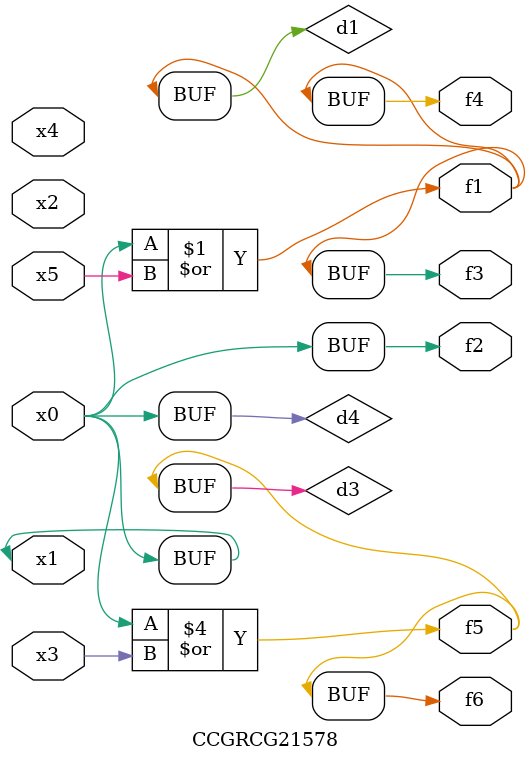
<source format=v>
module CCGRCG21578(
	input x0, x1, x2, x3, x4, x5,
	output f1, f2, f3, f4, f5, f6
);

	wire d1, d2, d3, d4;

	or (d1, x0, x5);
	xnor (d2, x1, x4);
	or (d3, x0, x3);
	buf (d4, x0, x1);
	assign f1 = d1;
	assign f2 = d4;
	assign f3 = d1;
	assign f4 = d1;
	assign f5 = d3;
	assign f6 = d3;
endmodule

</source>
